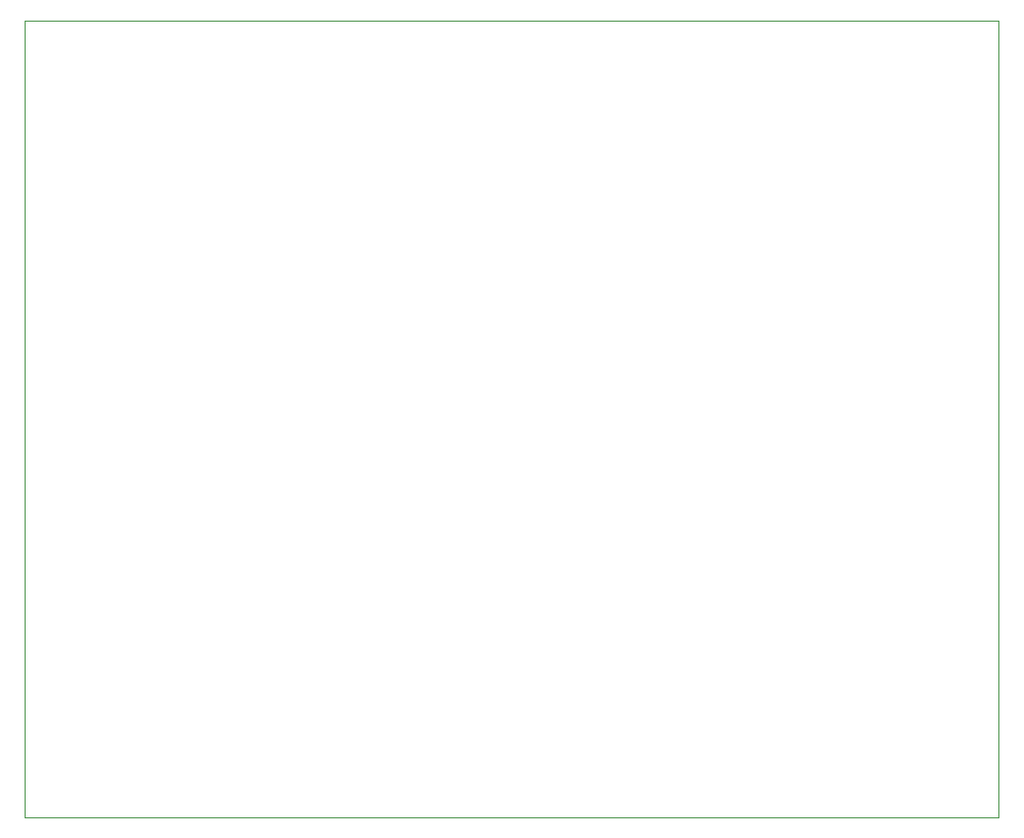
<source format=gbr>
%TF.GenerationSoftware,KiCad,Pcbnew,7.0.6*%
%TF.CreationDate,2023-07-25T19:52:04+05:30*%
%TF.ProjectId,class1_assignment,636c6173-7331-45f6-9173-7369676e6d65,rev?*%
%TF.SameCoordinates,Original*%
%TF.FileFunction,Profile,NP*%
%FSLAX46Y46*%
G04 Gerber Fmt 4.6, Leading zero omitted, Abs format (unit mm)*
G04 Created by KiCad (PCBNEW 7.0.6) date 2023-07-25 19:52:04*
%MOMM*%
%LPD*%
G01*
G04 APERTURE LIST*
%TA.AperFunction,Profile*%
%ADD10C,0.100000*%
%TD*%
G04 APERTURE END LIST*
D10*
X187960000Y-137160000D02*
X104140000Y-137160000D01*
X104140000Y-68580000D02*
X187960000Y-68580000D01*
X104140000Y-137160000D02*
X104140000Y-68580000D01*
X187960000Y-68580000D02*
X187960000Y-137160000D01*
M02*

</source>
